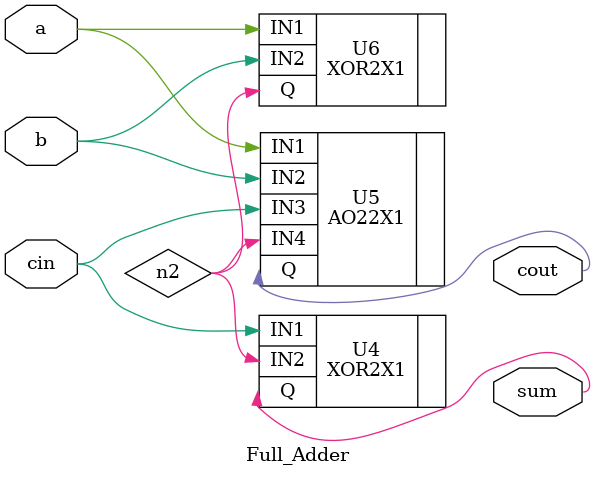
<source format=v>


module Full_Adder ( a, b, cin, sum, cout );
  input a, b, cin;
  output sum, cout;
  wire   n2;

  XOR2X1 U4 ( .IN1(cin), .IN2(n2), .Q(sum) );
  AO22X1 U5 ( .IN1(a), .IN2(b), .IN3(cin), .IN4(n2), .Q(cout) );
  XOR2X1 U6 ( .IN1(a), .IN2(b), .Q(n2) );
endmodule
</source>
